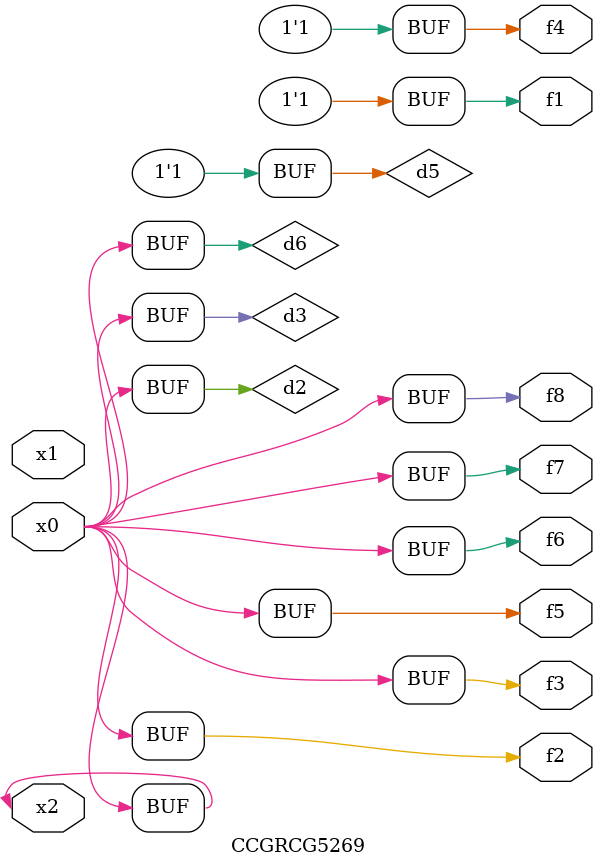
<source format=v>
module CCGRCG5269(
	input x0, x1, x2,
	output f1, f2, f3, f4, f5, f6, f7, f8
);

	wire d1, d2, d3, d4, d5, d6;

	xnor (d1, x2);
	buf (d2, x0, x2);
	and (d3, x0);
	xnor (d4, x1, x2);
	nand (d5, d1, d3);
	buf (d6, d2, d3);
	assign f1 = d5;
	assign f2 = d6;
	assign f3 = d6;
	assign f4 = d5;
	assign f5 = d6;
	assign f6 = d6;
	assign f7 = d6;
	assign f8 = d6;
endmodule

</source>
